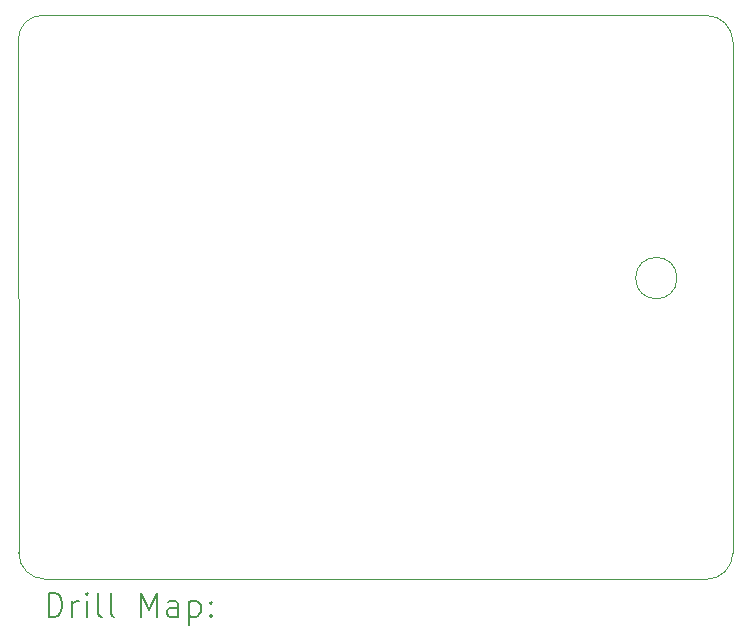
<source format=gbr>
%TF.GenerationSoftware,KiCad,Pcbnew,7.0.9*%
%TF.CreationDate,2024-01-04T21:37:19-05:00*%
%TF.ProjectId,PedalboardBrain,50656461-6c62-46f6-9172-64427261696e,rev?*%
%TF.SameCoordinates,Original*%
%TF.FileFunction,Drillmap*%
%TF.FilePolarity,Positive*%
%FSLAX45Y45*%
G04 Gerber Fmt 4.5, Leading zero omitted, Abs format (unit mm)*
G04 Created by KiCad (PCBNEW 7.0.9) date 2024-01-04 21:37:19*
%MOMM*%
%LPD*%
G01*
G04 APERTURE LIST*
%ADD10C,0.100000*%
%ADD11C,0.200000*%
G04 APERTURE END LIST*
D10*
X14850000Y-7274997D02*
G75*
G03*
X15073607Y-7051393I0J223607D01*
G01*
X14850000Y-2501393D02*
X9225000Y-2500000D01*
X15073607Y-2725000D02*
X15073607Y-7051393D01*
X9250000Y-7273607D02*
X14845000Y-7275000D01*
X9025000Y-2700000D02*
X9026393Y-7050000D01*
X9225000Y-2500000D02*
G75*
G03*
X9025000Y-2700000I0J-200000D01*
G01*
X9026393Y-7050000D02*
G75*
G03*
X9250000Y-7273607I223607J0D01*
G01*
X14600285Y-4725000D02*
G75*
G03*
X14600285Y-4725000I-175286J0D01*
G01*
X15073607Y-2725000D02*
G75*
G03*
X14850000Y-2501393I-223607J0D01*
G01*
D11*
X9280777Y-7591484D02*
X9280777Y-7391484D01*
X9280777Y-7391484D02*
X9328396Y-7391484D01*
X9328396Y-7391484D02*
X9356967Y-7401008D01*
X9356967Y-7401008D02*
X9376015Y-7420055D01*
X9376015Y-7420055D02*
X9385539Y-7439103D01*
X9385539Y-7439103D02*
X9395063Y-7477198D01*
X9395063Y-7477198D02*
X9395063Y-7505769D01*
X9395063Y-7505769D02*
X9385539Y-7543865D01*
X9385539Y-7543865D02*
X9376015Y-7562912D01*
X9376015Y-7562912D02*
X9356967Y-7581960D01*
X9356967Y-7581960D02*
X9328396Y-7591484D01*
X9328396Y-7591484D02*
X9280777Y-7591484D01*
X9480777Y-7591484D02*
X9480777Y-7458150D01*
X9480777Y-7496246D02*
X9490301Y-7477198D01*
X9490301Y-7477198D02*
X9499824Y-7467674D01*
X9499824Y-7467674D02*
X9518872Y-7458150D01*
X9518872Y-7458150D02*
X9537920Y-7458150D01*
X9604586Y-7591484D02*
X9604586Y-7458150D01*
X9604586Y-7391484D02*
X9595063Y-7401008D01*
X9595063Y-7401008D02*
X9604586Y-7410531D01*
X9604586Y-7410531D02*
X9614110Y-7401008D01*
X9614110Y-7401008D02*
X9604586Y-7391484D01*
X9604586Y-7391484D02*
X9604586Y-7410531D01*
X9728396Y-7591484D02*
X9709348Y-7581960D01*
X9709348Y-7581960D02*
X9699824Y-7562912D01*
X9699824Y-7562912D02*
X9699824Y-7391484D01*
X9833158Y-7591484D02*
X9814110Y-7581960D01*
X9814110Y-7581960D02*
X9804586Y-7562912D01*
X9804586Y-7562912D02*
X9804586Y-7391484D01*
X10061729Y-7591484D02*
X10061729Y-7391484D01*
X10061729Y-7391484D02*
X10128396Y-7534341D01*
X10128396Y-7534341D02*
X10195063Y-7391484D01*
X10195063Y-7391484D02*
X10195063Y-7591484D01*
X10376015Y-7591484D02*
X10376015Y-7486722D01*
X10376015Y-7486722D02*
X10366491Y-7467674D01*
X10366491Y-7467674D02*
X10347444Y-7458150D01*
X10347444Y-7458150D02*
X10309348Y-7458150D01*
X10309348Y-7458150D02*
X10290301Y-7467674D01*
X10376015Y-7581960D02*
X10356967Y-7591484D01*
X10356967Y-7591484D02*
X10309348Y-7591484D01*
X10309348Y-7591484D02*
X10290301Y-7581960D01*
X10290301Y-7581960D02*
X10280777Y-7562912D01*
X10280777Y-7562912D02*
X10280777Y-7543865D01*
X10280777Y-7543865D02*
X10290301Y-7524817D01*
X10290301Y-7524817D02*
X10309348Y-7515293D01*
X10309348Y-7515293D02*
X10356967Y-7515293D01*
X10356967Y-7515293D02*
X10376015Y-7505769D01*
X10471253Y-7458150D02*
X10471253Y-7658150D01*
X10471253Y-7467674D02*
X10490301Y-7458150D01*
X10490301Y-7458150D02*
X10528396Y-7458150D01*
X10528396Y-7458150D02*
X10547444Y-7467674D01*
X10547444Y-7467674D02*
X10556967Y-7477198D01*
X10556967Y-7477198D02*
X10566491Y-7496246D01*
X10566491Y-7496246D02*
X10566491Y-7553388D01*
X10566491Y-7553388D02*
X10556967Y-7572436D01*
X10556967Y-7572436D02*
X10547444Y-7581960D01*
X10547444Y-7581960D02*
X10528396Y-7591484D01*
X10528396Y-7591484D02*
X10490301Y-7591484D01*
X10490301Y-7591484D02*
X10471253Y-7581960D01*
X10652205Y-7572436D02*
X10661729Y-7581960D01*
X10661729Y-7581960D02*
X10652205Y-7591484D01*
X10652205Y-7591484D02*
X10642682Y-7581960D01*
X10642682Y-7581960D02*
X10652205Y-7572436D01*
X10652205Y-7572436D02*
X10652205Y-7591484D01*
X10652205Y-7467674D02*
X10661729Y-7477198D01*
X10661729Y-7477198D02*
X10652205Y-7486722D01*
X10652205Y-7486722D02*
X10642682Y-7477198D01*
X10642682Y-7477198D02*
X10652205Y-7467674D01*
X10652205Y-7467674D02*
X10652205Y-7486722D01*
M02*

</source>
